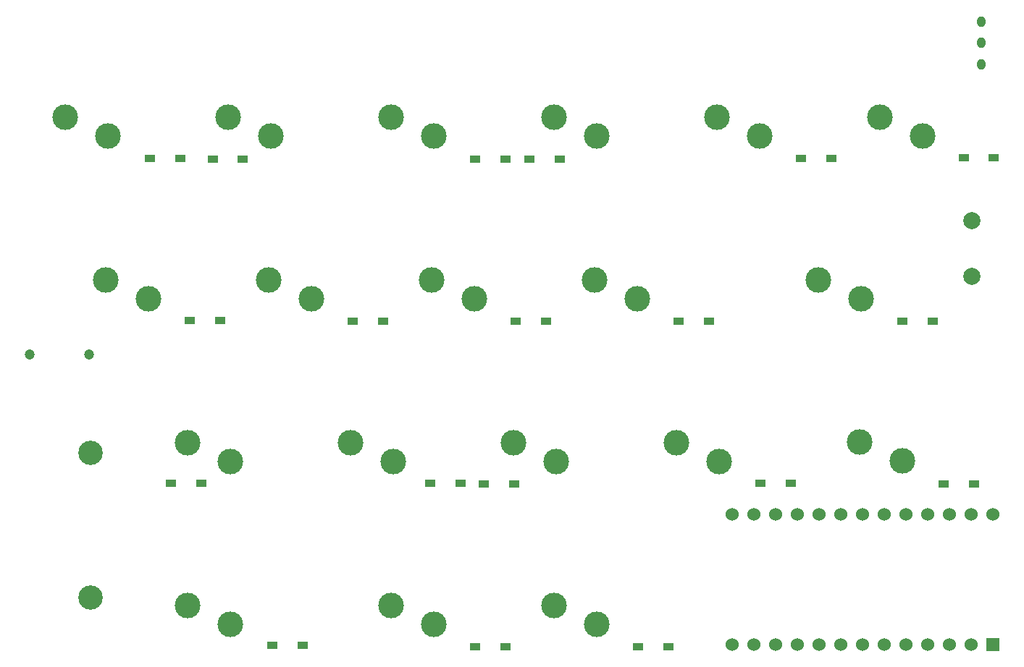
<source format=gbr>
%TF.GenerationSoftware,KiCad,Pcbnew,7.0.8*%
%TF.CreationDate,2024-11-17T17:07:29+09:00*%
%TF.ProjectId,cool937r,636f6f6c-3933-4377-922e-6b696361645f,rev?*%
%TF.SameCoordinates,Original*%
%TF.FileFunction,Soldermask,Top*%
%TF.FilePolarity,Negative*%
%FSLAX46Y46*%
G04 Gerber Fmt 4.6, Leading zero omitted, Abs format (unit mm)*
G04 Created by KiCad (PCBNEW 7.0.8) date 2024-11-17 17:07:29*
%MOMM*%
%LPD*%
G01*
G04 APERTURE LIST*
%ADD10C,3.000000*%
%ADD11C,1.200000*%
%ADD12R,1.300000X0.950000*%
%ADD13O,1.000000X1.300000*%
%ADD14C,2.000000*%
%ADD15C,2.850000*%
%ADD16C,1.524000*%
%ADD17R,1.524000X1.524000*%
G04 APERTURE END LIST*
D10*
%TO.C,SW38*%
X158000000Y-150290000D03*
X163000000Y-152490000D03*
%TD*%
D11*
%TO.C,J1*%
X96710000Y-120980000D03*
X103710000Y-120980000D03*
%TD*%
D12*
%TO.C,D10*%
X205910000Y-97950000D03*
X209460000Y-97950000D03*
%TD*%
D10*
%TO.C,SW10*%
X196105000Y-93140000D03*
X201105000Y-95340000D03*
%TD*%
D12*
%TO.C,D19*%
X172575000Y-117030000D03*
X176125000Y-117030000D03*
%TD*%
%TO.C,D17*%
X134495000Y-117040000D03*
X138045000Y-117040000D03*
%TD*%
D10*
%TO.C,SW6*%
X119905000Y-93140000D03*
X124905000Y-95340000D03*
%TD*%
D12*
%TO.C,D20*%
X198775000Y-117050000D03*
X202325000Y-117050000D03*
%TD*%
D10*
%TO.C,SW9*%
X177055000Y-93140000D03*
X182055000Y-95340000D03*
%TD*%
D12*
%TO.C,D6*%
X118115000Y-98110000D03*
X121665000Y-98110000D03*
%TD*%
D13*
%TO.C,SW42*%
X208000000Y-81960000D03*
X208000000Y-84460000D03*
X208000000Y-86960000D03*
%TD*%
D10*
%TO.C,SW37*%
X138950000Y-150290000D03*
X143950000Y-152490000D03*
%TD*%
%TO.C,SW7*%
X138955000Y-93140000D03*
X143955000Y-95340000D03*
%TD*%
%TO.C,SW36*%
X115150000Y-150290000D03*
X120150000Y-152490000D03*
%TD*%
D12*
%TO.C,D26*%
X113215000Y-136050000D03*
X116765000Y-136050000D03*
%TD*%
D14*
%TO.C,SW41*%
X206910000Y-105270000D03*
X206910000Y-111770000D03*
%TD*%
D12*
%TO.C,D18*%
X153545000Y-117030000D03*
X157095000Y-117030000D03*
%TD*%
D10*
%TO.C,SW20*%
X188970000Y-112200000D03*
X193970000Y-114400000D03*
%TD*%
%TO.C,SW26*%
X115150000Y-131250000D03*
X120150000Y-133450000D03*
%TD*%
D12*
%TO.C,D35*%
X110815000Y-98020000D03*
X114365000Y-98020000D03*
%TD*%
D10*
%TO.C,SW19*%
X162770000Y-112190000D03*
X167770000Y-114390000D03*
%TD*%
D12*
%TO.C,D29*%
X182165000Y-136060000D03*
X185715000Y-136060000D03*
%TD*%
%TO.C,D38*%
X167885000Y-155190000D03*
X171435000Y-155190000D03*
%TD*%
%TO.C,D9*%
X186940000Y-98020000D03*
X190490000Y-98020000D03*
%TD*%
%TO.C,D8*%
X155145000Y-98060000D03*
X158695000Y-98060000D03*
%TD*%
%TO.C,D27*%
X143540000Y-136010000D03*
X147090000Y-136010000D03*
%TD*%
D10*
%TO.C,SW27*%
X134200000Y-131250000D03*
X139200000Y-133450000D03*
%TD*%
D12*
%TO.C,D36*%
X125115000Y-155000000D03*
X128665000Y-155000000D03*
%TD*%
D10*
%TO.C,SW16*%
X105620000Y-112190000D03*
X110620000Y-114390000D03*
%TD*%
D12*
%TO.C,D16*%
X115425000Y-117010000D03*
X118975000Y-117010000D03*
%TD*%
%TO.C,D37*%
X148825000Y-155190000D03*
X152375000Y-155190000D03*
%TD*%
%TO.C,D30*%
X203585000Y-136130000D03*
X207135000Y-136130000D03*
%TD*%
D10*
%TO.C,SW29*%
X172300000Y-131250000D03*
X177300000Y-133450000D03*
%TD*%
%TO.C,SW8*%
X158005000Y-93140000D03*
X163005000Y-95340000D03*
%TD*%
%TO.C,SW30*%
X193720000Y-131230000D03*
X198720000Y-133430000D03*
%TD*%
%TO.C,SW35*%
X100860000Y-93160000D03*
X105860000Y-95360000D03*
%TD*%
%TO.C,SW18*%
X143720000Y-112190000D03*
X148720000Y-114390000D03*
%TD*%
D12*
%TO.C,D28*%
X149805000Y-136120000D03*
X153355000Y-136120000D03*
%TD*%
D10*
%TO.C,SW28*%
X153250000Y-131250000D03*
X158250000Y-133450000D03*
%TD*%
D12*
%TO.C,D7*%
X148840000Y-98080000D03*
X152390000Y-98080000D03*
%TD*%
D10*
%TO.C,SW17*%
X124670000Y-112190000D03*
X129670000Y-114390000D03*
%TD*%
D15*
%TO.C,BT1*%
X103830000Y-132460000D03*
X103830000Y-149360000D03*
%TD*%
D16*
%TO.C,U2*%
X206790000Y-139640000D03*
X204250000Y-139640000D03*
X201710000Y-139640000D03*
X199170000Y-139640000D03*
X196630000Y-139640000D03*
X194090000Y-139640000D03*
X191550000Y-139640000D03*
X189010000Y-139640000D03*
X186470000Y-139640000D03*
X183930000Y-139640000D03*
X181390000Y-139640000D03*
X178850000Y-139640000D03*
X178850000Y-154860000D03*
X181390000Y-154860000D03*
X183930000Y-154860000D03*
X186470000Y-154860000D03*
X189010000Y-154860000D03*
X191550000Y-154860000D03*
X194090000Y-154860000D03*
X196630000Y-154860000D03*
X199170000Y-154860000D03*
X201710000Y-154860000D03*
X204250000Y-154860000D03*
X206790000Y-154860000D03*
D17*
X209330000Y-154860000D03*
D16*
X209330000Y-139640000D03*
%TD*%
M02*

</source>
